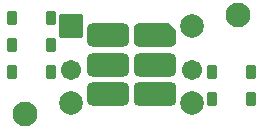
<source format=gbs>
G04 #@! TF.GenerationSoftware,KiCad,Pcbnew,7.0.7*
G04 #@! TF.CreationDate,2023-09-18T19:37:29-04:00*
G04 #@! TF.ProjectId,Nav Switch Mount,4e617620-5377-4697-9463-68204d6f756e,rev?*
G04 #@! TF.SameCoordinates,Original*
G04 #@! TF.FileFunction,Soldermask,Bot*
G04 #@! TF.FilePolarity,Negative*
%FSLAX46Y46*%
G04 Gerber Fmt 4.6, Leading zero omitted, Abs format (unit mm)*
G04 Created by KiCad (PCBNEW 7.0.7) date 2023-09-18 19:37:29*
%MOMM*%
%LPD*%
G01*
G04 APERTURE LIST*
G04 Aperture macros list*
%AMRoundRect*
0 Rectangle with rounded corners*
0 $1 Rounding radius*
0 $2 $3 $4 $5 $6 $7 $8 $9 X,Y pos of 4 corners*
0 Add a 4 corners polygon primitive as box body*
4,1,4,$2,$3,$4,$5,$6,$7,$8,$9,$2,$3,0*
0 Add four circle primitives for the rounded corners*
1,1,$1+$1,$2,$3*
1,1,$1+$1,$4,$5*
1,1,$1+$1,$6,$7*
1,1,$1+$1,$8,$9*
0 Add four rect primitives between the rounded corners*
20,1,$1+$1,$2,$3,$4,$5,0*
20,1,$1+$1,$4,$5,$6,$7,0*
20,1,$1+$1,$6,$7,$8,$9,0*
20,1,$1+$1,$8,$9,$2,$3,0*%
%AMFreePoly0*
4,1,24,-1.800000,0.500000,-1.788573,0.606283,-1.738839,0.739624,-1.653553,0.853553,-1.539624,0.938839,-1.406283,0.988573,-1.300000,1.000000,1.300000,1.000000,1.406283,0.988573,1.539624,0.938839,1.653553,0.853553,1.738839,0.739624,1.788573,0.606283,1.800000,0.500000,1.800000,-0.500000,1.788573,-0.606283,1.738839,-0.739624,1.653553,-0.853553,1.539624,-0.938839,1.406283,-0.988573,
1.300000,-1.000000,-1.200000,-1.000000,-1.800000,-0.400000,-1.800000,0.500000,-1.800000,0.500000,$1*%
G04 Aperture macros list end*
%ADD10C,2.100000*%
%ADD11RoundRect,0.102000X-0.900000X-0.900000X0.900000X-0.900000X0.900000X0.900000X-0.900000X0.900000X0*%
%ADD12C,1.712000*%
%ADD13C,2.004000*%
%ADD14RoundRect,0.500000X1.300000X0.500000X-1.300000X0.500000X-1.300000X-0.500000X1.300000X-0.500000X0*%
%ADD15RoundRect,0.400000X1.400000X0.600000X-1.400000X0.600000X-1.400000X-0.600000X1.400000X-0.600000X0*%
%ADD16FreePoly0,180.000000*%
%ADD17RoundRect,0.225000X0.225000X0.375000X-0.225000X0.375000X-0.225000X-0.375000X0.225000X-0.375000X0*%
G04 APERTURE END LIST*
D10*
X150000000Y-56200000D03*
X168100000Y-47800000D03*
D11*
X153900000Y-48725000D03*
D12*
X153900000Y-52425000D03*
D13*
X153900000Y-55225000D03*
X164200000Y-55225000D03*
D12*
X164200000Y-52425000D03*
D13*
X164200000Y-48725000D03*
D14*
X157050000Y-49500000D03*
X157050000Y-52000000D03*
X157050000Y-54500000D03*
D15*
X161050000Y-54500000D03*
D14*
X161050000Y-52000000D03*
D16*
X161050000Y-49500000D03*
D17*
X152200000Y-52600000D03*
X148900000Y-52600000D03*
X152200000Y-50300000D03*
X148900000Y-50300000D03*
X169200000Y-52600000D03*
X165900000Y-52600000D03*
X169200000Y-54900000D03*
X165900000Y-54900000D03*
X152200000Y-48000000D03*
X148900000Y-48000000D03*
M02*

</source>
